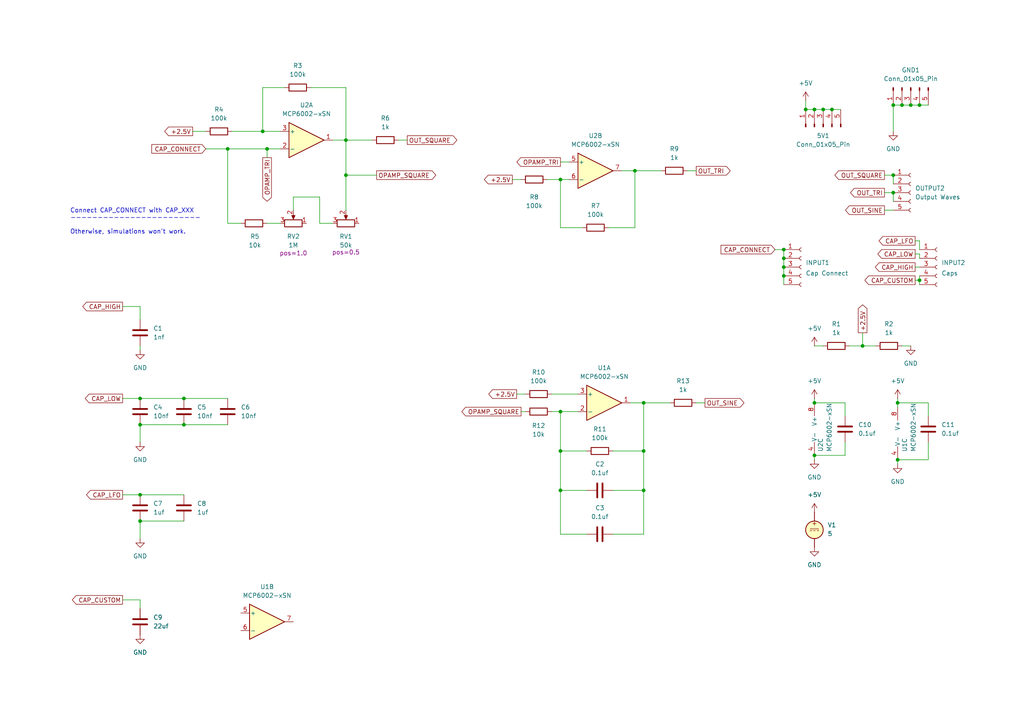
<source format=kicad_sch>
(kicad_sch (version 20231120) (generator "eeschema") (generator_version "8.0")
  (paper "A4")
  (lib_symbols
    (symbol "Amplifier_Operational:MCP6002-xSN" (pin_names (offset 0.127))
      (property "Reference" "U" (at 0 5.08 0))
      (property "Value" "MCP6002-xSN" (at 0 -5.08 0))
      (symbol "MCP6002-xSN_1_1"
        (polyline (pts (xy -5.08 5.08) (xy 5.08 0) (xy -5.08 -5.08) (xy -5.08 5.08)) (stroke (width 0.254)) (fill (type background)))
        (pin output line (at 7.62 0 180) (length 2.54) (name "~") (number "1"))
        (pin input line (at -7.62 -2.54 0) (length 2.54) (name "-") (number "2"))
        (pin input line (at -7.62 2.54 0) (length 2.54) (name "+") (number "3"))
      )
      (symbol "MCP6002-xSN_2_1"
        (polyline (pts (xy -5.08 5.08) (xy 5.08 0) (xy -5.08 -5.08) (xy -5.08 5.08)) (stroke (width 0.254)) (fill (type background)))
        (pin input line (at -7.62 2.54 0) (length 2.54) (name "+") (number "5"))
        (pin input line (at -7.62 -2.54 0) (length 2.54) (name "-") (number "6"))
        (pin output line (at 7.62 0 180) (length 2.54) (name "~") (number "7"))
      )
      (symbol "MCP6002-xSN_3_1"
        (pin power_in line (at -2.54 -7.62 90) (length 3.81) (name "V-") (number "4"))
        (pin power_in line (at -2.54 7.62 270) (length 3.81) (name "V+") (number "8"))
      )
    )
    (symbol "Connector:Conn_01x05_Pin" (pin_names (offset 1.016) hide)
      (property "Reference" "J" (at 0 7.62 0))
      (property "Value" "Conn_01x05_Pin" (at 0 -7.62 0))
      (symbol "Conn_01x05_Pin_1_1"
        (polyline (pts (xy 1.27 -5.08) (xy 0.8636 -5.08)) (stroke (width 0.1524)))
        (polyline (pts (xy 1.27 -2.54) (xy 0.8636 -2.54)) (stroke (width 0.1524)))
        (polyline (pts (xy 1.27 0) (xy 0.8636 0)) (stroke (width 0.1524)))
        (polyline (pts (xy 1.27 2.54) (xy 0.8636 2.54)) (stroke (width 0.1524)))
        (polyline (pts (xy 1.27 5.08) (xy 0.8636 5.08)) (stroke (width 0.1524)))
        (rectangle (start 0.8636 -4.953) (end 0 -5.207) (stroke (width 0.1524)) (fill (type outline)))
        (rectangle (start 0.8636 -2.413) (end 0 -2.667) (stroke (width 0.1524)) (fill (type outline)))
        (rectangle (start 0.8636 0.127) (end 0 -0.127) (stroke (width 0.1524)) (fill (type outline)))
        (rectangle (start 0.8636 2.667) (end 0 2.413) (stroke (width 0.1524)) (fill (type outline)))
        (rectangle (start 0.8636 5.207) (end 0 4.953) (stroke (width 0.1524)) (fill (type outline)))
        (pin passive line (at 5.08 5.08 180) (length 3.81) (name "Pin_1") (number "1"))
        (pin passive line (at 5.08 2.54 180) (length 3.81) (name "Pin_2") (number "2"))
        (pin passive line (at 5.08 0 180) (length 3.81) (name "Pin_3") (number "3"))
        (pin passive line (at 5.08 -2.54 180) (length 3.81) (name "Pin_4") (number "4"))
        (pin passive line (at 5.08 -5.08 180) (length 3.81) (name "Pin_5") (number "5"))
      )
    )
    (symbol "Connector:Conn_01x05_Socket" (pin_names (offset 1.016) hide)
      (property "Reference" "J" (at 0 7.62 0))
      (property "Value" "Conn_01x05_Socket" (at 0 -7.62 0))
      (symbol "Conn_01x05_Socket_1_1"
        (arc (start 0 -4.572) (mid -0.5058 -5.08) (end 0 -5.588) (stroke (width 0.1524)))
        (arc (start 0 -2.032) (mid -0.5058 -2.54) (end 0 -3.048) (stroke (width 0.1524)))
        (polyline (pts (xy -1.27 -5.08) (xy -0.508 -5.08)) (stroke (width 0.1524)))
        (polyline (pts (xy -1.27 -2.54) (xy -0.508 -2.54)) (stroke (width 0.1524)))
        (polyline (pts (xy -1.27 0) (xy -0.508 0)) (stroke (width 0.1524)))
        (polyline (pts (xy -1.27 2.54) (xy -0.508 2.54)) (stroke (width 0.1524)))
        (polyline (pts (xy -1.27 5.08) (xy -0.508 5.08)) (stroke (width 0.1524)))
        (arc (start 0 0.508) (mid -0.5058 0) (end 0 -0.508) (stroke (width 0.1524)))
        (arc (start 0 3.048) (mid -0.5058 2.54) (end 0 2.032) (stroke (width 0.1524)))
        (arc (start 0 5.588) (mid -0.5058 5.08) (end 0 4.572) (stroke (width 0.1524)))
        (pin passive line (at -5.08 5.08 0) (length 3.81) (name "Pin_1") (number "1"))
        (pin passive line (at -5.08 2.54 0) (length 3.81) (name "Pin_2") (number "2"))
        (pin passive line (at -5.08 0 0) (length 3.81) (name "Pin_3") (number "3"))
        (pin passive line (at -5.08 -2.54 0) (length 3.81) (name "Pin_4") (number "4"))
        (pin passive line (at -5.08 -5.08 0) (length 3.81) (name "Pin_5") (number "5"))
      )
    )
    (symbol "Device:C" (pin_numbers hide) (pin_names (offset 0.254))
      (property "Reference" "C" (at 0.635 2.54 0))
      (property "Value" "C" (at 0.635 -2.54 0))
      (symbol "C_0_1"
        (polyline (pts (xy -2.032 -0.762) (xy 2.032 -0.762)) (stroke (width 0.508)))
        (polyline (pts (xy -2.032 0.762) (xy 2.032 0.762)) (stroke (width 0.508)))
      )
      (symbol "C_1_1"
        (pin passive line (at 0 3.81 270) (length 2.794) (name "~") (number "1"))
        (pin passive line (at 0 -3.81 90) (length 2.794) (name "~") (number "2"))
      )
    )
    (symbol "Device:R" (pin_numbers hide) (pin_names (offset 0))
      (property "Reference" "R" (at 2.032 0 90))
      (property "Value" "R" (at 0 0 90))
      (symbol "R_0_1"
        (rectangle (start -1.016 -2.54) (end 1.016 2.54) (stroke (width 0.254)))
      )
      (symbol "R_1_1"
        (pin passive line (at 0 3.81 270) (length 1.27) (name "~") (number "1"))
        (pin passive line (at 0 -3.81 90) (length 1.27) (name "~") (number "2"))
      )
    )
    (symbol "Device:R_Potentiometer" (pin_names (offset 1.016) hide)
      (property "Reference" "RV" (at -4.445 0 90))
      (property "Value" "R_Potentiometer" (at -2.54 0 90))
      (symbol "R_Potentiometer_0_1"
        (polyline (pts (xy 2.54 0) (xy 1.524 0)))
        (polyline (pts (xy 1.143 0) (xy 2.286 0.508) (xy 2.286 -0.508) (xy 1.143 0)) (fill (type outline)))
        (rectangle (start 1.016 2.54) (end -1.016 -2.54) (stroke (width 0.254)))
      )
      (symbol "R_Potentiometer_1_1"
        (pin passive line (at 0 3.81 270) (length 1.27) (name "1") (number "1"))
        (pin passive line (at 3.81 0 180) (length 1.27) (name "2") (number "2"))
        (pin passive line (at 0 -3.81 90) (length 1.27) (name "3") (number "3"))
      )
    )
    (symbol "Simulation_SPICE:VDC" (pin_numbers hide) (pin_names (offset 0.0254))
      (property "Reference" "V" (at 2.54 2.54 0))
      (property "Value" "1" (at 2.54 0 0))
      (symbol "VDC_0_0"
        (polyline (pts (xy -1.27 0.254) (xy 1.27 0.254)))
        (polyline (pts (xy -0.762 -0.254) (xy -1.27 -0.254)))
        (polyline (pts (xy 0.254 -0.254) (xy -0.254 -0.254)))
        (polyline (pts (xy 1.27 -0.254) (xy 0.762 -0.254)))
        (text "+" (at 0 1.905 0) (effects (font (size 1.27 1.27))))
      )
      (symbol "VDC_0_1"
        (circle (center 0 0) (radius 2.54) (stroke (width 0.254)) (fill (type background)))
      )
      (symbol "VDC_1_1"
        (pin passive line (at 0 5.08 270) (length 2.54) (name "~") (number "1"))
        (pin passive line (at 0 -5.08 90) (length 2.54) (name "~") (number "2"))
      )
    )
    (symbol "power:+5V" (power) (pin_numbers hide) (pin_names (offset 0) hide)
      (property "Value" "+5V" (at 0 3.556 0))
      (symbol "+5V_0_1"
        (polyline (pts (xy -0.762 1.27) (xy 0 2.54)))
        (polyline (pts (xy 0 0) (xy 0 2.54)))
        (polyline (pts (xy 0 2.54) (xy 0.762 1.27)))
      )
      (symbol "+5V_1_1"
        (pin power_in line (at 0 0 90) (length 0) (name "~") (number "1"))
      )
    )
    (symbol "power:GND" (power) (pin_numbers hide) (pin_names (offset 0) hide)
      (property "Value" "GND" (at 0 -3.81 0))
      (symbol "GND_0_1"
        (polyline (pts (xy 0 0) (xy 0 -1.27) (xy 1.27 -1.27) (xy 0 -2.54) (xy -1.27 -1.27) (xy 0 -1.27)))
      )
      (symbol "GND_1_1"
        (pin power_in line (at 0 0 270) (length 0) (name "~") (number "1"))
      )
    )
  )
  (junction (at 236.22 31.75))
  (junction (at 186.69 142.24))
  (junction (at 236.22 132.08))
  (junction (at 261.62 30.48))
  (junction (at 227.33 77.47))
  (junction (at 233.68 31.75))
  (junction (at 186.69 116.84))
  (junction (at 40.64 143.51))
  (junction (at 241.3 31.75))
  (junction (at 162.56 52.07))
  (junction (at 40.64 151.13))
  (junction (at 266.7 30.48))
  (junction (at 250.19 100.33))
  (junction (at 236.22 116.84))
  (junction (at 260.35 116.84))
  (junction (at 40.64 115.57))
  (junction (at 186.69 130.81))
  (junction (at 76.2 38.1))
  (junction (at 259.08 55.88))
  (junction (at 162.56 130.81))
  (junction (at 162.56 142.24))
  (junction (at 266.7 81.28))
  (junction (at 264.16 30.48))
  (junction (at 40.64 123.19))
  (junction (at 100.33 50.8))
  (junction (at 227.33 74.93))
  (junction (at 227.33 72.39))
  (junction (at 77.47 43.18))
  (junction (at 162.56 119.38))
  (junction (at 260.35 133.35))
  (junction (at 238.76 31.75))
  (junction (at 227.33 80.01))
  (junction (at 53.34 115.57))
  (junction (at 259.08 50.8))
  (junction (at 66.04 43.18))
  (junction (at 184.15 49.53))
  (junction (at 259.08 30.48))
  (junction (at 100.33 40.64))
  (junction (at 53.34 123.19))
  (wire (pts (xy 269.24 128.27) (xy 269.24 133.35)))
  (wire (pts (xy 186.69 142.24) (xy 186.69 154.94)))
  (wire (pts (xy 162.56 119.38) (xy 167.64 119.38)))
  (wire (pts (xy 266.7 73.66) (xy 266.7 74.93)))
  (wire (pts (xy 53.34 115.57) (xy 66.04 115.57)))
  (wire (pts (xy 194.31 116.84) (xy 186.69 116.84)))
  (wire (pts (xy 66.04 64.77) (xy 66.04 43.18)))
  (wire (pts (xy 92.71 57.15) (xy 85.09 57.15)))
  (wire (pts (xy 256.54 50.8) (xy 259.08 50.8)))
  (wire (pts (xy 186.69 130.81) (xy 186.69 142.24)))
  (wire (pts (xy 92.71 64.77) (xy 92.71 57.15)))
  (wire (pts (xy 227.33 80.01) (xy 227.33 82.55)))
  (wire (pts (xy 96.52 40.64) (xy 100.33 40.64)))
  (wire (pts (xy 224.79 72.39) (xy 227.33 72.39)))
  (wire (pts (xy 162.56 130.81) (xy 162.56 119.38)))
  (wire (pts (xy 40.64 123.19) (xy 53.34 123.19)))
  (wire (pts (xy 82.55 25.4) (xy 76.2 25.4)))
  (wire (pts (xy 266.7 69.85) (xy 266.7 72.39)))
  (wire (pts (xy 241.3 31.75) (xy 243.84 31.75)))
  (wire (pts (xy 40.64 92.71) (xy 40.64 88.9)))
  (wire (pts (xy 160.02 114.3) (xy 167.64 114.3)))
  (wire (pts (xy 260.35 116.84) (xy 260.35 118.11)))
  (wire (pts (xy 81.28 64.77) (xy 77.47 64.77)))
  (wire (pts (xy 66.04 43.18) (xy 77.47 43.18)))
  (wire (pts (xy 162.56 46.99) (xy 165.1 46.99)))
  (wire (pts (xy 245.11 132.08) (xy 236.22 132.08)))
  (wire (pts (xy 233.68 31.75) (xy 236.22 31.75)))
  (wire (pts (xy 259.08 50.8) (xy 259.08 53.34)))
  (wire (pts (xy 40.64 156.21) (xy 40.64 151.13)))
  (wire (pts (xy 245.11 128.27) (xy 245.11 132.08)))
  (wire (pts (xy 265.43 69.85) (xy 266.7 69.85)))
  (wire (pts (xy 269.24 116.84) (xy 260.35 116.84)))
  (wire (pts (xy 266.7 81.28) (xy 266.7 82.55)))
  (wire (pts (xy 245.11 116.84) (xy 236.22 116.84)))
  (wire (pts (xy 109.22 50.8) (xy 100.33 50.8)))
  (wire (pts (xy 177.8 154.94) (xy 186.69 154.94)))
  (wire (pts (xy 40.64 101.6) (xy 40.64 100.33)))
  (wire (pts (xy 40.64 143.51) (xy 53.34 143.51)))
  (wire (pts (xy 184.15 49.53) (xy 184.15 66.04)))
  (wire (pts (xy 266.7 30.48) (xy 269.24 30.48)))
  (wire (pts (xy 236.22 133.35) (xy 236.22 132.08)))
  (wire (pts (xy 35.56 115.57) (xy 40.64 115.57)))
  (wire (pts (xy 250.19 96.52) (xy 250.19 100.33)))
  (wire (pts (xy 250.19 100.33) (xy 254 100.33)))
  (wire (pts (xy 76.2 38.1) (xy 81.28 38.1)))
  (wire (pts (xy 265.43 73.66) (xy 266.7 73.66)))
  (wire (pts (xy 40.64 115.57) (xy 53.34 115.57)))
  (wire (pts (xy 238.76 31.75) (xy 241.3 31.75)))
  (wire (pts (xy 170.18 154.94) (xy 162.56 154.94)))
  (wire (pts (xy 269.24 120.65) (xy 269.24 116.84)))
  (wire (pts (xy 107.95 40.64) (xy 100.33 40.64)))
  (wire (pts (xy 256.54 60.96) (xy 259.08 60.96)))
  (wire (pts (xy 259.08 30.48) (xy 261.62 30.48)))
  (wire (pts (xy 264.16 100.33) (xy 261.62 100.33)))
  (wire (pts (xy 85.09 57.15) (xy 85.09 60.96)))
  (wire (pts (xy 260.35 134.62) (xy 260.35 133.35)))
  (wire (pts (xy 182.88 116.84) (xy 186.69 116.84)))
  (wire (pts (xy 259.08 30.48) (xy 259.08 38.1)))
  (wire (pts (xy 236.22 100.33) (xy 238.76 100.33)))
  (wire (pts (xy 40.64 151.13) (xy 53.34 151.13)))
  (wire (pts (xy 233.68 31.75) (xy 233.68 29.21)))
  (wire (pts (xy 177.8 142.24) (xy 186.69 142.24)))
  (wire (pts (xy 162.56 66.04) (xy 162.56 52.07)))
  (wire (pts (xy 100.33 40.64) (xy 100.33 50.8)))
  (wire (pts (xy 227.33 72.39) (xy 227.33 74.93)))
  (wire (pts (xy 40.64 173.99) (xy 40.64 176.53)))
  (wire (pts (xy 204.47 116.84) (xy 201.93 116.84)))
  (wire (pts (xy 148.59 52.07) (xy 151.13 52.07)))
  (wire (pts (xy 149.86 114.3) (xy 152.4 114.3)))
  (wire (pts (xy 264.16 30.48) (xy 266.7 30.48)))
  (wire (pts (xy 162.56 130.81) (xy 162.56 142.24)))
  (wire (pts (xy 77.47 43.18) (xy 81.28 43.18)))
  (wire (pts (xy 35.56 88.9) (xy 40.64 88.9)))
  (wire (pts (xy 69.85 64.77) (xy 66.04 64.77)))
  (wire (pts (xy 265.43 77.47) (xy 266.7 77.47)))
  (wire (pts (xy 184.15 66.04) (xy 176.53 66.04)))
  (wire (pts (xy 162.56 142.24) (xy 162.56 154.94)))
  (wire (pts (xy 76.2 25.4) (xy 76.2 38.1)))
  (wire (pts (xy 170.18 142.24) (xy 162.56 142.24)))
  (wire (pts (xy 96.52 64.77) (xy 92.71 64.77)))
  (wire (pts (xy 227.33 77.47) (xy 227.33 80.01)))
  (wire (pts (xy 67.31 38.1) (xy 76.2 38.1)))
  (wire (pts (xy 170.18 130.81) (xy 162.56 130.81)))
  (wire (pts (xy 265.43 81.28) (xy 266.7 81.28)))
  (wire (pts (xy 245.11 120.65) (xy 245.11 116.84)))
  (wire (pts (xy 100.33 40.64) (xy 100.33 25.4)))
  (wire (pts (xy 227.33 74.93) (xy 227.33 77.47)))
  (wire (pts (xy 162.56 52.07) (xy 165.1 52.07)))
  (wire (pts (xy 59.69 43.18) (xy 66.04 43.18)))
  (wire (pts (xy 236.22 31.75) (xy 238.76 31.75)))
  (wire (pts (xy 40.64 128.27) (xy 40.64 123.19)))
  (wire (pts (xy 151.13 119.38) (xy 152.4 119.38)))
  (wire (pts (xy 201.93 49.53) (xy 199.39 49.53)))
  (wire (pts (xy 35.56 173.99) (xy 40.64 173.99)))
  (wire (pts (xy 35.56 143.51) (xy 40.64 143.51)))
  (wire (pts (xy 53.34 123.19) (xy 66.04 123.19)))
  (wire (pts (xy 246.38 100.33) (xy 250.19 100.33)))
  (wire (pts (xy 186.69 116.84) (xy 186.69 130.81)))
  (wire (pts (xy 158.75 52.07) (xy 162.56 52.07)))
  (wire (pts (xy 269.24 133.35) (xy 260.35 133.35)))
  (wire (pts (xy 266.7 80.01) (xy 266.7 81.28)))
  (wire (pts (xy 259.08 55.88) (xy 259.08 58.42)))
  (wire (pts (xy 100.33 25.4) (xy 90.17 25.4)))
  (wire (pts (xy 256.54 55.88) (xy 259.08 55.88)))
  (wire (pts (xy 160.02 119.38) (xy 162.56 119.38)))
  (wire (pts (xy 191.77 49.53) (xy 184.15 49.53)))
  (wire (pts (xy 168.91 66.04) (xy 162.56 66.04)))
  (wire (pts (xy 180.34 49.53) (xy 184.15 49.53)))
  (wire (pts (xy 236.22 115.57) (xy 236.22 116.84)))
  (wire (pts (xy 77.47 43.18) (xy 77.47 45.72)))
  (wire (pts (xy 118.11 40.64) (xy 115.57 40.64)))
  (wire (pts (xy 260.35 115.57) (xy 260.35 116.84)))
  (wire (pts (xy 186.69 130.81) (xy 177.8 130.81)))
  (wire (pts (xy 100.33 50.8) (xy 100.33 60.96)))
  (wire (pts (xy 261.62 30.48) (xy 264.16 30.48)))
  (wire (pts (xy 55.88 38.1) (xy 59.69 38.1)))
  (text "Connect CAP_CONNECT with CAP_XXX\n------------------------\n\nOtherwise, simulations won't work." (at 20.32 64.262 0) (effects (font (size 1.27 1.27)) (justify left)))
  (global_label "CAP_CONNECT" (shape input) (at 224.79 72.39 180) (property "Intersheetrefs" "${INTERSHEET_REFS}" (effects (hide yes))))
  (global_label "OPAMP_TRI" (shape output) (at 162.56 46.99 180) (property "Intersheetrefs" "${INTERSHEET_REFS}" (effects (hide yes))))
  (global_label "CAP_LFO" (shape output) (at 35.56 143.51 180) (property "Intersheetrefs" "${INTERSHEET_REFS}" (effects (hide yes))))
  (global_label "CAP_CONNECT" (shape input) (at 59.69 43.18 180) (property "Intersheetrefs" "${INTERSHEET_REFS}" (effects (hide yes))))
  (global_label "CAP_CUSTOM" (shape output) (at 35.56 173.99 180) (property "Intersheetrefs" "${INTERSHEET_REFS}" (effects (hide yes))))
  (global_label "OUT_SINE" (shape output) (at 204.47 116.84 0) (property "Intersheetrefs" "${INTERSHEET_REFS}" (effects (hide yes))))
  (global_label "OUT_TRI" (shape output) (at 201.93 49.53 0) (property "Intersheetrefs" "${INTERSHEET_REFS}" (effects (hide yes))))
  (global_label "CAP_LOW" (shape output) (at 35.56 115.57 180) (property "Intersheetrefs" "${INTERSHEET_REFS}" (effects (hide yes))))
  (global_label "CAP_HIGH" (shape output) (at 35.56 88.9 180) (property "Intersheetrefs" "${INTERSHEET_REFS}" (effects (hide yes))))
  (global_label "OPAMP_SQUARE" (shape output) (at 151.13 119.38 180) (property "Intersheetrefs" "${INTERSHEET_REFS}" (effects (hide yes))))
  (global_label "CAP_LOW" (shape output) (at 265.43 73.66 180) (property "Intersheetrefs" "${INTERSHEET_REFS}" (effects (hide yes))))
  (global_label "OUT_SQUARE" (shape output) (at 256.54 50.8 180) (property "Intersheetrefs" "${INTERSHEET_REFS}" (effects (hide yes))))
  (global_label "CAP_HIGH" (shape output) (at 265.43 77.47 180) (property "Intersheetrefs" "${INTERSHEET_REFS}" (effects (hide yes))))
  (global_label "OUT_TRI" (shape output) (at 256.54 55.88 180) (property "Intersheetrefs" "${INTERSHEET_REFS}" (effects (hide yes))))
  (global_label "+2.5V" (shape output) (at 148.59 52.07 180) (property "Intersheetrefs" "${INTERSHEET_REFS}" (effects (hide yes))))
  (global_label "OUT_SQUARE" (shape output) (at 118.11 40.64 0) (property "Intersheetrefs" "${INTERSHEET_REFS}" (effects (hide yes))))
  (global_label "CAP_CUSTOM" (shape output) (at 265.43 81.28 180) (property "Intersheetrefs" "${INTERSHEET_REFS}" (effects (hide yes))))
  (global_label "+2.5V" (shape output) (at 149.86 114.3 180) (property "Intersheetrefs" "${INTERSHEET_REFS}" (effects (hide yes))))
  (global_label "OPAMP_SQUARE" (shape output) (at 109.22 50.8 0) (property "Intersheetrefs" "${INTERSHEET_REFS}" (effects (hide yes))))
  (global_label "+2.5V" (shape output) (at 250.19 96.52 90) (property "Intersheetrefs" "${INTERSHEET_REFS}" (effects (hide yes))))
  (global_label "+2.5V" (shape output) (at 55.88 38.1 180) (property "Intersheetrefs" "${INTERSHEET_REFS}" (effects (hide yes))))
  (global_label "CAP_LFO" (shape output) (at 265.43 69.85 180) (property "Intersheetrefs" "${INTERSHEET_REFS}" (effects (hide yes))))
  (global_label "OPAMP_TRI" (shape output) (at 77.47 45.72 270) (property "Intersheetrefs" "${INTERSHEET_REFS}" (effects (hide yes))))
  (global_label "OUT_SINE" (shape output) (at 256.54 60.96 180) (property "Intersheetrefs" "${INTERSHEET_REFS}" (effects (hide yes))))
  (symbol (lib_id "Amplifier_Operational:MCP6002-xSN") (at 175.26 116.84 0) (unit 1)
    (property "Reference" "U1" (at 175.26 106.68 0))
    (property "Value" "MCP6002-xSN" (at 175.26 109.22 0))
    (property "Footprint" "Package_SO:SOIC-8-1EP_3.9x4.9mm_P1.27mm_EP2.29x3mm" (effects (hide yes)))
    (property "Datasheet" "http://ww1.microchip.com/downloads/en/DeviceDoc/21733j.pdf" (effects (hide yes)))
    (property "Description" "1MHz, Low-Power Op Amp, SOIC-8" (effects (hide yes)))
    (property "Sim.Library" "${KICAD8_SYMBOL_DIR}/Simulation_SPICE.sp" (effects (hide yes)))
    (property "Sim.Name" "kicad_builtin_opamp_dual" (effects (hide yes)))
    (property "Sim.Device" "SUBCKT" (effects (hide yes)))
    (property "Sim.Pins" "1=out1 2=in1- 3=in1+ 4=vee 5=in2+ 6=in2- 7=out2 8=vcc" (effects (hide yes)))
  )
  (symbol (lib_id "Device:R") (at 242.57 100.33 90) (unit 1)
    (property "Reference" "R1" (at 242.57 93.98 90))
    (property "Value" "1k" (at 242.57 96.52 90))
    (property "Footprint" "Resistor_SMD:R_0402_1005Metric" (effects (hide yes)))
    (property "Description" "Resistor" (effects (hide yes)))
  )
  (symbol (lib_id "Device:R") (at 73.66 64.77 90) (unit 1)
    (property "Reference" "R5" (at 73.914 68.58 90))
    (property "Value" "10k" (at 73.914 71.12 90))
    (property "Footprint" "Resistor_SMD:R_0402_1005Metric" (effects (hide yes)))
    (property "Description" "Resistor" (effects (hide yes)))
  )
  (symbol (lib_id "Device:C") (at 40.64 180.34 0) (unit 1)
    (property "Reference" "C9" (at 44.45 179.0699 0) (effects (justify left)))
    (property "Value" "22uf" (at 44.45 181.6099 0) (effects (justify left)))
    (property "Footprint" "Capacitor_SMD:C_0805_2012Metric" (effects (hide yes)))
    (property "Description" "Unpolarized capacitor" (effects (hide yes)))
  )
  (symbol (lib_id "Simulation_SPICE:VDC") (at 236.22 153.67 0) (unit 1) (on_board no)
    (property "Reference" "V1" (at 240.03 152.2701 0) (effects (justify left)))
    (property "Value" "5" (at 240.03 154.8101 0) (effects (justify left)))
    (property "Datasheet" "https://ngspice.sourceforge.io/docs/ngspice-html-manual/manual.xhtml#sec_Independent_Sources_for" (effects (hide yes)))
    (property "Description" "Voltage source, DC" (effects (hide yes)))
    (property "Sim.Pins" "1=+ 2=-" (effects (hide yes)))
    (property "Sim.Type" "DC" (effects (hide yes)))
    (property "Sim.Device" "V" (effects (hide yes)))
  )
  (symbol (lib_id "Device:R") (at 154.94 52.07 90) (unit 1)
    (property "Reference" "R8" (at 154.94 57.15 90))
    (property "Value" "100k" (at 154.94 59.69 90))
    (property "Footprint" "Resistor_SMD:R_0402_1005Metric" (effects (hide yes)))
    (property "Description" "Resistor" (effects (hide yes)))
  )
  (symbol (lib_id "Connector:Conn_01x05_Pin") (at 238.76 36.83 90) (unit 1) (exclude_from_sim yes)
    (property "Reference" "5V1" (at 238.76 39.37 90))
    (property "Value" "Conn_01x05_Pin" (at 238.76 41.91 90))
    (property "Footprint" "Connector_PinHeader_2.54mm:PinHeader_1x05_P2.54mm_Vertical" (effects (hide yes)))
    (property "Description" "Generic connector, single row, 01x05, script generated" (effects (hide yes)))
  )
  (symbol (lib_id "power:+5V") (at 260.35 115.57 0) (unit 1)
    (property "Reference" "#PWR011" (effects (hide yes)))
    (property "Value" "+5V" (at 260.35 110.49 0))
    (property "Description" "Power symbol creates a global label with name \"+5V\"" (effects (hide yes)))
  )
  (symbol (lib_id "Device:C") (at 40.64 147.32 0) (unit 1)
    (property "Reference" "C7" (at 44.45 146.0499 0) (effects (justify left)))
    (property "Value" "1uf" (at 44.45 148.5899 0) (effects (justify left)))
    (property "Footprint" "Capacitor_SMD:C_0402_1005Metric" (effects (hide yes)))
    (property "Description" "Unpolarized capacitor" (effects (hide yes)))
  )
  (symbol (lib_id "Amplifier_Operational:MCP6002-xSN") (at 77.47 180.34 0) (unit 2)
    (property "Reference" "U1" (at 77.47 170.18 0))
    (property "Value" "MCP6002-xSN" (at 77.47 172.72 0))
    (property "Footprint" "Package_SO:SOIC-8-1EP_3.9x4.9mm_P1.27mm_EP2.29x3mm" (effects (hide yes)))
    (property "Datasheet" "http://ww1.microchip.com/downloads/en/DeviceDoc/21733j.pdf" (effects (hide yes)))
    (property "Description" "1MHz, Low-Power Op Amp, SOIC-8" (effects (hide yes)))
    (property "Sim.Library" "${KICAD8_SYMBOL_DIR}/Simulation_SPICE.sp" (effects (hide yes)))
    (property "Sim.Name" "kicad_builtin_opamp_dual" (effects (hide yes)))
    (property "Sim.Device" "SUBCKT" (effects (hide yes)))
    (property "Sim.Pins" "1=out1 2=in1- 3=in1+ 4=vee 5=in2+ 6=in2- 7=out2 8=vcc" (effects (hide yes)))
  )
  (symbol (lib_id "power:+5V") (at 236.22 148.59 0) (unit 1)
    (property "Reference" "#PWR02" (effects (hide yes)))
    (property "Value" "+5V" (at 236.22 143.51 0))
    (property "Description" "Power symbol creates a global label with name \"+5V\"" (effects (hide yes)))
  )
  (symbol (lib_id "power:+5V") (at 233.68 29.21 0) (unit 1)
    (property "Reference" "#PWR01" (effects (hide yes)))
    (property "Value" "+5V" (at 233.68 24.13 0))
    (property "Description" "Power symbol creates a global label with name \"+5V\"" (effects (hide yes)))
  )
  (symbol (lib_id "Device:R") (at 63.5 38.1 90) (unit 1)
    (property "Reference" "R4" (at 63.5 31.75 90))
    (property "Value" "100k" (at 63.5 34.29 90))
    (property "Footprint" "Resistor_SMD:R_0402_1005Metric" (effects (hide yes)))
    (property "Description" "Resistor" (effects (hide yes)))
  )
  (symbol (lib_id "power:GND") (at 259.08 38.1 0) (unit 1)
    (property "Reference" "#PWR05" (effects (hide yes)))
    (property "Value" "GND" (at 259.08 43.18 0))
    (property "Description" "Power symbol creates a global label with name \"GND\" , ground" (effects (hide yes)))
  )
  (symbol (lib_id "Connector:Conn_01x05_Socket") (at 271.78 77.47 0) (unit 1) (exclude_from_sim yes)
    (property "Reference" "INPUT2" (at 273.05 76.1999 0) (effects (justify left)))
    (property "Value" "Caps" (at 273.05 79.248 0) (effects (justify left)))
    (property "Footprint" "Connector_PinSocket_2.54mm:PinSocket_1x05_P2.54mm_Vertical" (effects (hide yes)))
    (property "Description" "Generic connector, single row, 01x05, script generated" (effects (hide yes)))
  )
  (symbol (lib_id "Device:R_Potentiometer") (at 85.09 64.77 270) (mirror x) (unit 1)
    (property "Reference" "RV2" (at 85.09 68.58 90))
    (property "Value" "1M" (at 85.09 71.12 90))
    (property "Footprint" "BreadModular_Pots:Potentiometer_RV09" (effects (hide yes)))
    (property "Description" "Potentiometer" (effects (hide yes)))
    (property "Sim.Device" "R" (effects (hide yes)))
    (property "Sim.Type" "POT" (effects (hide yes)))
    (property "Sim.Pins" "1=r0 2=wiper 3=r1" (effects (hide yes)))
    (property "Sim.Params" "pos=1.0" (at 85.09 73.406 90))
  )
  (symbol (lib_id "Amplifier_Operational:MCP6002-xSN") (at 88.9 40.64 0) (unit 1)
    (property "Reference" "U2" (at 88.9 30.48 0))
    (property "Value" "MCP6002-xSN" (at 88.9 33.02 0))
    (property "Footprint" "Package_SO:SOIC-8-1EP_3.9x4.9mm_P1.27mm_EP2.29x3mm" (effects (hide yes)))
    (property "Datasheet" "http://ww1.microchip.com/downloads/en/DeviceDoc/21733j.pdf" (effects (hide yes)))
    (property "Description" "1MHz, Low-Power Op Amp, SOIC-8" (effects (hide yes)))
    (property "Sim.Library" "${KICAD8_SYMBOL_DIR}/Simulation_SPICE.sp" (effects (hide yes)))
    (property "Sim.Name" "kicad_builtin_opamp_dual" (effects (hide yes)))
    (property "Sim.Device" "SUBCKT" (effects (hide yes)))
    (property "Sim.Pins" "1=out1 2=in1- 3=in1+ 4=vee 5=in2+ 6=in2- 7=out2 8=vcc" (effects (hide yes)))
  )
  (symbol (lib_id "Device:R_Potentiometer") (at 100.33 64.77 270) (mirror x) (unit 1)
    (property "Reference" "RV1" (at 100.33 68.58 90))
    (property "Value" "50k" (at 100.33 71.12 90))
    (property "Footprint" "BreadModular_Pots:Potentiometer_RV09" (effects (hide yes)))
    (property "Description" "Potentiometer" (effects (hide yes)))
    (property "Sim.Device" "R" (effects (hide yes)))
    (property "Sim.Pins" "1=r0 2=wiper 3=r1" (effects (hide yes)))
    (property "Sim.Type" "POT" (effects (hide yes)))
    (property "Sim.Params" "pos=0.5" (at 100.33 73.152 90))
  )
  (symbol (lib_id "power:GND") (at 40.64 156.21 0) (unit 1)
    (property "Reference" "#PWR013" (effects (hide yes)))
    (property "Value" "GND" (at 40.64 161.29 0))
    (property "Description" "Power symbol creates a global label with name \"GND\" , ground" (effects (hide yes)))
  )
  (symbol (lib_id "power:GND") (at 40.64 128.27 0) (unit 1)
    (property "Reference" "#PWR04" (effects (hide yes)))
    (property "Value" "GND" (at 40.64 133.35 0))
    (property "Description" "Power symbol creates a global label with name \"GND\" , ground" (effects (hide yes)))
  )
  (symbol (lib_id "Device:R") (at 86.36 25.4 90) (unit 1)
    (property "Reference" "R3" (at 86.36 19.05 90))
    (property "Value" "100k" (at 86.36 21.59 90))
    (property "Footprint" "Resistor_SMD:R_0402_1005Metric" (effects (hide yes)))
    (property "Description" "Resistor" (effects (hide yes)))
  )
  (symbol (lib_id "Amplifier_Operational:MCP6002-xSN") (at 172.72 49.53 0) (unit 2)
    (property "Reference" "U2" (at 172.72 39.37 0))
    (property "Value" "MCP6002-xSN" (at 172.72 41.91 0))
    (property "Footprint" "Package_SO:SOIC-8-1EP_3.9x4.9mm_P1.27mm_EP2.29x3mm" (effects (hide yes)))
    (property "Datasheet" "http://ww1.microchip.com/downloads/en/DeviceDoc/21733j.pdf" (effects (hide yes)))
    (property "Description" "1MHz, Low-Power Op Amp, SOIC-8" (effects (hide yes)))
    (property "Sim.Library" "${KICAD8_SYMBOL_DIR}/Simulation_SPICE.sp" (effects (hide yes)))
    (property "Sim.Name" "kicad_builtin_opamp_dual" (effects (hide yes)))
    (property "Sim.Device" "SUBCKT" (effects (hide yes)))
    (property "Sim.Pins" "1=out1 2=in1- 3=in1+ 4=vee 5=in2+ 6=in2- 7=out2 8=vcc" (effects (hide yes)))
  )
  (symbol (lib_id "Device:R") (at 172.72 66.04 90) (unit 1)
    (property "Reference" "R7" (at 172.72 59.69 90))
    (property "Value" "100k" (at 172.72 62.23 90))
    (property "Footprint" "Resistor_SMD:R_0402_1005Metric" (effects (hide yes)))
    (property "Description" "Resistor" (effects (hide yes)))
  )
  (symbol (lib_id "Device:R") (at 156.21 119.38 90) (unit 1)
    (property "Reference" "R12" (at 156.21 123.444 90))
    (property "Value" "10k" (at 156.21 125.984 90))
    (property "Footprint" "Resistor_SMD:R_0402_1005Metric" (effects (hide yes)))
    (property "Description" "Resistor" (effects (hide yes)))
  )
  (symbol (lib_id "power:GND") (at 236.22 158.75 0) (unit 1)
    (property "Reference" "#PWR03" (effects (hide yes)))
    (property "Value" "GND" (at 236.22 163.83 0))
    (property "Description" "Power symbol creates a global label with name \"GND\" , ground" (effects (hide yes)))
  )
  (symbol (lib_id "Device:R") (at 173.99 130.81 90) (unit 1)
    (property "Reference" "R11" (at 173.99 124.46 90))
    (property "Value" "100k" (at 173.99 127 90))
    (property "Footprint" "Resistor_SMD:R_0402_1005Metric" (effects (hide yes)))
    (property "Description" "Resistor" (effects (hide yes)))
  )
  (symbol (lib_id "Device:R") (at 198.12 116.84 90) (unit 1)
    (property "Reference" "R13" (at 198.12 110.49 90))
    (property "Value" "1k" (at 198.12 113.03 90))
    (property "Footprint" "Resistor_SMD:R_0402_1005Metric" (effects (hide yes)))
    (property "Description" "Resistor" (effects (hide yes)))
  )
  (symbol (lib_id "power:+5V") (at 236.22 115.57 0) (unit 1)
    (property "Reference" "#PWR08" (effects (hide yes)))
    (property "Value" "+5V" (at 236.22 110.49 0))
    (property "Description" "Power symbol creates a global label with name \"+5V\"" (effects (hide yes)))
  )
  (symbol (lib_id "Device:C") (at 40.64 119.38 0) (unit 1)
    (property "Reference" "C4" (at 44.45 118.1099 0) (effects (justify left)))
    (property "Value" "10nf" (at 44.45 120.6499 0) (effects (justify left)))
    (property "Footprint" "Capacitor_SMD:C_0402_1005Metric" (effects (hide yes)))
    (property "Description" "Unpolarized capacitor" (effects (hide yes)))
  )
  (symbol (lib_id "Device:C") (at 245.11 124.46 0) (unit 1)
    (property "Reference" "C10" (at 248.92 123.1899 0) (effects (justify left)))
    (property "Value" "0.1uf" (at 248.92 125.7299 0) (effects (justify left)))
    (property "Footprint" "Capacitor_SMD:C_0402_1005Metric" (effects (hide yes)))
    (property "Description" "Unpolarized capacitor" (effects (hide yes)))
  )
  (symbol (lib_id "Device:C") (at 53.34 147.32 0) (unit 1)
    (property "Reference" "C8" (at 57.15 146.0499 0) (effects (justify left)))
    (property "Value" "1uf" (at 57.15 148.5899 0) (effects (justify left)))
    (property "Footprint" "Capacitor_SMD:C_0402_1005Metric" (effects (hide yes)))
    (property "Description" "Unpolarized capacitor" (effects (hide yes)))
  )
  (symbol (lib_id "Device:R") (at 156.21 114.3 90) (unit 1)
    (property "Reference" "R10" (at 156.21 107.95 90))
    (property "Value" "100k" (at 156.21 110.49 90))
    (property "Footprint" "Resistor_SMD:R_0402_1005Metric" (effects (hide yes)))
    (property "Description" "Resistor" (effects (hide yes)))
  )
  (symbol (lib_id "Connector:Conn_01x05_Socket") (at 264.16 55.88 0) (unit 1) (exclude_from_sim yes)
    (property "Reference" "OUTPUT2" (at 265.43 54.6099 0) (effects (justify left)))
    (property "Value" "Output Waves" (at 265.43 57.1499 0) (effects (justify left)))
    (property "Footprint" "Connector_PinSocket_2.54mm:PinSocket_1x05_P2.54mm_Vertical" (effects (hide yes)))
    (property "Description" "Generic connector, single row, 01x05, script generated" (effects (hide yes)))
  )
  (symbol (lib_id "Device:C") (at 53.34 119.38 0) (unit 1)
    (property "Reference" "C5" (at 57.15 118.1099 0) (effects (justify left)))
    (property "Value" "10nf" (at 57.15 120.6499 0) (effects (justify left)))
    (property "Footprint" "Capacitor_SMD:C_0402_1005Metric" (effects (hide yes)))
    (property "Description" "Unpolarized capacitor" (effects (hide yes)))
  )
  (symbol (lib_id "Device:R") (at 111.76 40.64 90) (unit 1)
    (property "Reference" "R6" (at 111.76 34.29 90))
    (property "Value" "1k" (at 111.76 36.83 90))
    (property "Footprint" "Resistor_SMD:R_0402_1005Metric" (effects (hide yes)))
    (property "Description" "Resistor" (effects (hide yes)))
  )
  (symbol (lib_id "Device:C") (at 269.24 124.46 0) (unit 1)
    (property "Reference" "C11" (at 273.05 123.1899 0) (effects (justify left)))
    (property "Value" "0.1uf" (at 273.05 125.7299 0) (effects (justify left)))
    (property "Footprint" "Capacitor_SMD:C_0402_1005Metric" (effects (hide yes)))
    (property "Description" "Unpolarized capacitor" (effects (hide yes)))
  )
  (symbol (lib_id "power:GND") (at 40.64 184.15 0) (unit 1)
    (property "Reference" "#PWR014" (effects (hide yes)))
    (property "Value" "GND" (at 40.64 189.23 0))
    (property "Description" "Power symbol creates a global label with name \"GND\" , ground" (effects (hide yes)))
  )
  (symbol (lib_id "Device:C") (at 40.64 96.52 0) (unit 1)
    (property "Reference" "C1" (at 44.45 95.2499 0) (effects (justify left)))
    (property "Value" "1nf" (at 44.45 97.7899 0) (effects (justify left)))
    (property "Footprint" "Capacitor_SMD:C_0402_1005Metric" (effects (hide yes)))
    (property "Description" "Unpolarized capacitor" (effects (hide yes)))
  )
  (symbol (lib_id "power:GND") (at 264.16 100.33 0) (unit 1)
    (property "Reference" "#PWR07" (effects (hide yes)))
    (property "Value" "GND" (at 264.16 105.41 0))
    (property "Description" "Power symbol creates a global label with name \"GND\" , ground" (effects (hide yes)))
  )
  (symbol (lib_id "Device:R") (at 195.58 49.53 90) (unit 1)
    (property "Reference" "R9" (at 195.58 43.18 90))
    (property "Value" "1k" (at 195.58 45.72 90))
    (property "Footprint" "Resistor_SMD:R_0402_1005Metric" (effects (hide yes)))
    (property "Description" "Resistor" (effects (hide yes)))
  )
  (symbol (lib_id "Device:C") (at 173.99 142.24 90) (unit 1)
    (property "Reference" "C2" (at 173.99 134.62 90))
    (property "Value" "0.1uf" (at 173.99 137.16 90))
    (property "Footprint" "Capacitor_SMD:C_0402_1005Metric" (effects (hide yes)))
    (property "Description" "Unpolarized capacitor" (effects (hide yes)))
  )
  (symbol (lib_id "Device:C") (at 173.99 154.94 90) (unit 1)
    (property "Reference" "C3" (at 173.99 147.32 90))
    (property "Value" "0.1uf" (at 173.99 149.86 90))
    (property "Footprint" "Capacitor_SMD:C_0402_1005Metric" (effects (hide yes)))
    (property "Description" "Unpolarized capacitor" (effects (hide yes)))
  )
  (symbol (lib_id "power:GND") (at 236.22 133.35 0) (unit 1)
    (property "Reference" "#PWR09" (effects (hide yes)))
    (property "Value" "GND" (at 236.22 138.43 0))
    (property "Description" "Power symbol creates a global label with name \"GND\" , ground" (effects (hide yes)))
  )
  (symbol (lib_id "power:GND") (at 40.64 101.6 0) (unit 1)
    (property "Reference" "#PWR010" (effects (hide yes)))
    (property "Value" "GND" (at 40.64 106.68 0))
    (property "Description" "Power symbol creates a global label with name \"GND\" , ground" (effects (hide yes)))
  )
  (symbol (lib_id "Device:R") (at 257.81 100.33 90) (unit 1)
    (property "Reference" "R2" (at 257.81 93.98 90))
    (property "Value" "1k" (at 257.81 96.52 90))
    (property "Footprint" "Resistor_SMD:R_0402_1005Metric" (effects (hide yes)))
    (property "Description" "Resistor" (effects (hide yes)))
  )
  (symbol (lib_id "Connector:Conn_01x05_Socket") (at 232.41 77.47 0) (unit 1) (exclude_from_sim yes)
    (property "Reference" "INPUT1" (at 233.68 76.1999 0) (effects (justify left)))
    (property "Value" "Cap Connect" (at 233.68 79.248 0) (effects (justify left)))
    (property "Footprint" "Connector_PinSocket_2.54mm:PinSocket_1x05_P2.54mm_Vertical" (effects (hide yes)))
    (property "Description" "Generic connector, single row, 01x05, script generated" (effects (hide yes)))
  )
  (symbol (lib_id "Amplifier_Operational:MCP6002-xSN") (at 238.76 124.46 0) (unit 3)
    (property "Reference" "U2" (at 237.998 131.064 90) (effects (justify left)))
    (property "Value" "MCP6002-xSN" (at 240.538 131.064 90) (effects (justify left)))
    (property "Footprint" "Package_SO:SOIC-8-1EP_3.9x4.9mm_P1.27mm_EP2.29x3mm" (effects (hide yes)))
    (property "Datasheet" "http://ww1.microchip.com/downloads/en/DeviceDoc/21733j.pdf" (effects (hide yes)))
    (property "Description" "1MHz, Low-Power Op Amp, SOIC-8" (effects (hide yes)))
    (property "Sim.Library" "${KICAD8_SYMBOL_DIR}/Simulation_SPICE.sp" (effects (hide yes)))
    (property "Sim.Name" "kicad_builtin_opamp_dual" (effects (hide yes)))
    (property "Sim.Device" "SUBCKT" (effects (hide yes)))
    (property "Sim.Pins" "1=out1 2=in1- 3=in1+ 4=vee 5=in2+ 6=in2- 7=out2 8=vcc" (effects (hide yes)))
  )
  (symbol (lib_id "Device:C") (at 66.04 119.38 0) (unit 1)
    (property "Reference" "C6" (at 69.85 118.1099 0) (effects (justify left)))
    (property "Value" "10nf" (at 69.85 120.6499 0) (effects (justify left)))
    (property "Footprint" "Capacitor_SMD:C_0402_1005Metric" (effects (hide yes)))
    (property "Description" "Unpolarized capacitor" (effects (hide yes)))
  )
  (symbol (lib_id "Amplifier_Operational:MCP6002-xSN") (at 262.89 125.73 0) (unit 3)
    (property "Reference" "U1" (at 262.382 131.064 90) (effects (justify left)))
    (property "Value" "MCP6002-xSN" (at 264.922 131.064 90) (effects (justify left)))
    (property "Footprint" "Package_SO:SOIC-8-1EP_3.9x4.9mm_P1.27mm_EP2.29x3mm" (effects (hide yes)))
    (property "Datasheet" "http://ww1.microchip.com/downloads/en/DeviceDoc/21733j.pdf" (effects (hide yes)))
    (property "Description" "1MHz, Low-Power Op Amp, SOIC-8" (effects (hide yes)))
    (property "Sim.Library" "${KICAD8_SYMBOL_DIR}/Simulation_SPICE.sp" (effects (hide yes)))
    (property "Sim.Name" "kicad_builtin_opamp_dual" (effects (hide yes)))
    (property "Sim.Device" "SUBCKT" (effects (hide yes)))
    (property "Sim.Pins" "1=out1 2=in1- 3=in1+ 4=vee 5=in2+ 6=in2- 7=out2 8=vcc" (effects (hide yes)))
  )
  (symbol (lib_id "Connector:Conn_01x05_Pin") (at 264.16 25.4 90) (mirror x) (unit 1) (exclude_from_sim yes)
    (property "Reference" "GND1" (at 264.16 20.32 90))
    (property "Value" "Conn_01x05_Pin" (at 264.16 22.86 90))
    (property "Footprint" "Connector_PinHeader_2.54mm:PinHeader_1x05_P2.54mm_Vertical" (effects (hide yes)))
    (property "Description" "Generic connector, single row, 01x05, script generated" (effects (hide yes)))
  )
  (symbol (lib_id "power:+5V") (at 236.22 100.33 0) (unit 1)
    (property "Reference" "#PWR06" (effects (hide yes)))
    (property "Value" "+5V" (at 236.22 95.25 0))
    (property "Description" "Power symbol creates a global label with name \"+5V\"" (effects (hide yes)))
  )
  (symbol (lib_id "power:GND") (at 260.35 134.62 0) (unit 1)
    (property "Reference" "#PWR012" (effects (hide yes)))
    (property "Value" "GND" (at 260.35 139.7 0))
    (property "Description" "Power symbol creates a global label with name \"GND\" , ground" (effects (hide yes)))
  )
)
</source>
